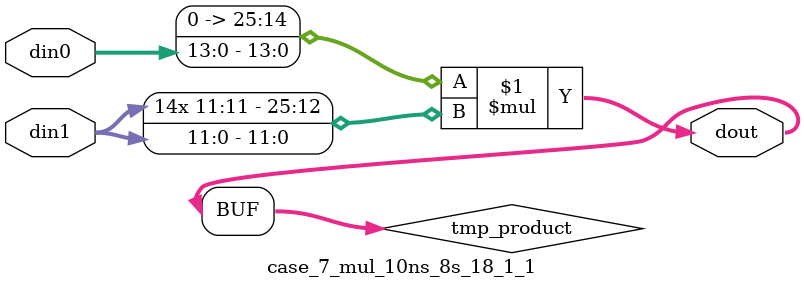
<source format=v>

`timescale 1 ns / 1 ps

 (* use_dsp = "no" *)  module case_7_mul_10ns_8s_18_1_1(din0, din1, dout);
parameter ID = 1;
parameter NUM_STAGE = 0;
parameter din0_WIDTH = 14;
parameter din1_WIDTH = 12;
parameter dout_WIDTH = 26;

input [din0_WIDTH - 1 : 0] din0; 
input [din1_WIDTH - 1 : 0] din1; 
output [dout_WIDTH - 1 : 0] dout;

wire signed [dout_WIDTH - 1 : 0] tmp_product;

























assign tmp_product = $signed({1'b0, din0}) * $signed(din1);










assign dout = tmp_product;





















endmodule

</source>
